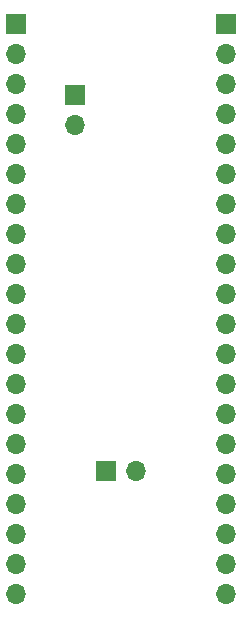
<source format=gbr>
%TF.GenerationSoftware,KiCad,Pcbnew,7.0.2-6a45011f42~172~ubuntu20.04.1*%
%TF.CreationDate,2023-04-23T13:30:35+07:00*%
%TF.ProjectId,EZ-USB-FX2LP-micro,455a2d55-5342-42d4-9658-324c502d6d69,rev?*%
%TF.SameCoordinates,Original*%
%TF.FileFunction,Soldermask,Bot*%
%TF.FilePolarity,Negative*%
%FSLAX46Y46*%
G04 Gerber Fmt 4.6, Leading zero omitted, Abs format (unit mm)*
G04 Created by KiCad (PCBNEW 7.0.2-6a45011f42~172~ubuntu20.04.1) date 2023-04-23 13:30:35*
%MOMM*%
%LPD*%
G01*
G04 APERTURE LIST*
%ADD10R,1.700000X1.700000*%
%ADD11O,1.700000X1.700000*%
G04 APERTURE END LIST*
D10*
%TO.C,J2*%
X144787400Y-118668800D03*
D11*
X147327400Y-118668800D03*
%TD*%
D10*
%TO.C,J3*%
X142169200Y-86842600D03*
D11*
X142169200Y-89382600D03*
%TD*%
D10*
%TO.C,J1*%
X137172400Y-80846600D03*
D11*
X137172400Y-83386600D03*
X137172400Y-85926600D03*
X137172400Y-88466600D03*
X137172400Y-91006600D03*
X137172400Y-93546600D03*
X137172400Y-96086600D03*
X137172400Y-98626600D03*
X137172400Y-101166600D03*
X137172400Y-103706600D03*
X137172400Y-106246600D03*
X137172400Y-108786600D03*
X137172400Y-111326600D03*
X137172400Y-113866600D03*
X137172400Y-116406600D03*
X137172400Y-118946600D03*
X137172400Y-121486600D03*
X137172400Y-124026600D03*
X137172400Y-126566600D03*
X137172400Y-129106600D03*
%TD*%
D10*
%TO.C,J7*%
X154952400Y-80846600D03*
D11*
X154952400Y-83386600D03*
X154952400Y-85926600D03*
X154952400Y-88466600D03*
X154952400Y-91006600D03*
X154952400Y-93546600D03*
X154952400Y-96086600D03*
X154952400Y-98626600D03*
X154952400Y-101166600D03*
X154952400Y-103706600D03*
X154952400Y-106246600D03*
X154952400Y-108786600D03*
X154952400Y-111326600D03*
X154952400Y-113866600D03*
X154952400Y-116406600D03*
X154952400Y-118946600D03*
X154952400Y-121486600D03*
X154952400Y-124026600D03*
X154952400Y-126566600D03*
X154952400Y-129106600D03*
%TD*%
M02*

</source>
